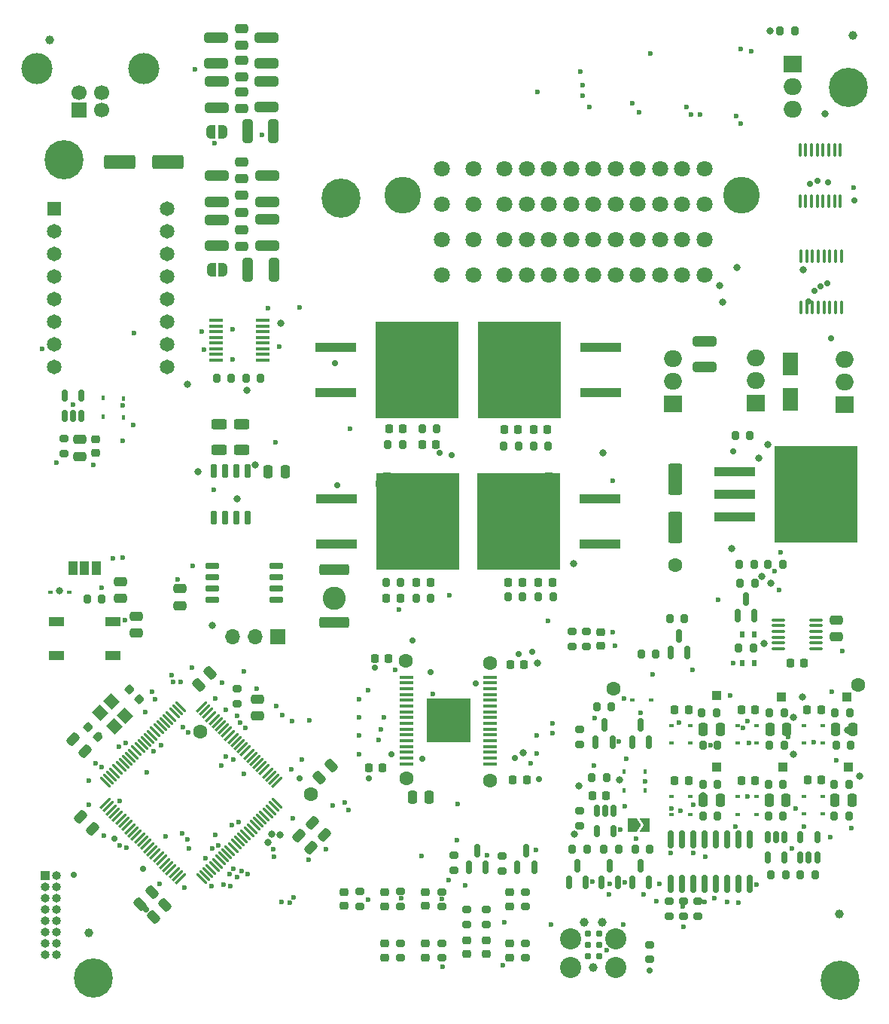
<source format=gbr>
%TF.GenerationSoftware,KiCad,Pcbnew,(6.0.7)*%
%TF.CreationDate,2022-10-25T18:18:11-03:00*%
%TF.ProjectId,uEFI_rev3,75454649-5f72-4657-9633-2e6b69636164,v3.0*%
%TF.SameCoordinates,Original*%
%TF.FileFunction,Soldermask,Top*%
%TF.FilePolarity,Negative*%
%FSLAX46Y46*%
G04 Gerber Fmt 4.6, Leading zero omitted, Abs format (unit mm)*
G04 Created by KiCad (PCBNEW (6.0.7)) date 2022-10-25 18:18:11*
%MOMM*%
%LPD*%
G01*
G04 APERTURE LIST*
G04 Aperture macros list*
%AMRoundRect*
0 Rectangle with rounded corners*
0 $1 Rounding radius*
0 $2 $3 $4 $5 $6 $7 $8 $9 X,Y pos of 4 corners*
0 Add a 4 corners polygon primitive as box body*
4,1,4,$2,$3,$4,$5,$6,$7,$8,$9,$2,$3,0*
0 Add four circle primitives for the rounded corners*
1,1,$1+$1,$2,$3*
1,1,$1+$1,$4,$5*
1,1,$1+$1,$6,$7*
1,1,$1+$1,$8,$9*
0 Add four rect primitives between the rounded corners*
20,1,$1+$1,$2,$3,$4,$5,0*
20,1,$1+$1,$4,$5,$6,$7,0*
20,1,$1+$1,$6,$7,$8,$9,0*
20,1,$1+$1,$8,$9,$2,$3,0*%
%AMRotRect*
0 Rectangle, with rotation*
0 The origin of the aperture is its center*
0 $1 length*
0 $2 width*
0 $3 Rotation angle, in degrees counterclockwise*
0 Add horizontal line*
21,1,$1,$2,0,0,$3*%
%AMFreePoly0*
4,1,22,0.500000,-0.750000,0.000000,-0.750000,0.000000,-0.745033,-0.079941,-0.743568,-0.215256,-0.701293,-0.333266,-0.622738,-0.424486,-0.514219,-0.481581,-0.384460,-0.499164,-0.250000,-0.500000,-0.250000,-0.500000,0.250000,-0.499164,0.250000,-0.499963,0.256109,-0.478152,0.396186,-0.417904,0.524511,-0.324060,0.630769,-0.204165,0.706417,-0.067858,0.745374,0.000000,0.744959,0.000000,0.750000,
0.500000,0.750000,0.500000,-0.750000,0.500000,-0.750000,$1*%
%AMFreePoly1*
4,1,20,0.000000,0.744959,0.073905,0.744508,0.209726,0.703889,0.328688,0.626782,0.421226,0.519385,0.479903,0.390333,0.500000,0.250000,0.500000,-0.250000,0.499851,-0.262216,0.476331,-0.402017,0.414519,-0.529596,0.319384,-0.634700,0.198574,-0.708877,0.061801,-0.746166,0.000000,-0.745033,0.000000,-0.750000,-0.500000,-0.750000,-0.500000,0.750000,0.000000,0.750000,0.000000,0.744959,
0.000000,0.744959,$1*%
%AMFreePoly2*
4,1,6,1.000000,0.000000,0.500000,-0.750000,-0.500000,-0.750000,-0.500000,0.750000,0.500000,0.750000,1.000000,0.000000,1.000000,0.000000,$1*%
%AMFreePoly3*
4,1,6,0.500000,-0.750000,-0.650000,-0.750000,-0.150000,0.000000,-0.650000,0.750000,0.500000,0.750000,0.500000,-0.750000,0.500000,-0.750000,$1*%
G04 Aperture macros list end*
%ADD10R,1.600200X0.431800*%
%ADD11R,4.953000X4.953000*%
%ADD12R,0.600000X0.450000*%
%ADD13R,0.450000X0.600000*%
%ADD14RoundRect,0.250000X-0.475000X0.250000X-0.475000X-0.250000X0.475000X-0.250000X0.475000X0.250000X0*%
%ADD15RoundRect,0.250000X-0.250000X-0.475000X0.250000X-0.475000X0.250000X0.475000X-0.250000X0.475000X0*%
%ADD16RoundRect,0.250000X0.475000X-0.250000X0.475000X0.250000X-0.475000X0.250000X-0.475000X-0.250000X0*%
%ADD17RoundRect,0.225000X-0.335876X-0.017678X-0.017678X-0.335876X0.335876X0.017678X0.017678X0.335876X0*%
%ADD18RoundRect,0.225000X0.335876X0.017678X0.017678X0.335876X-0.335876X-0.017678X-0.017678X-0.335876X0*%
%ADD19RoundRect,0.200000X-0.200000X-0.275000X0.200000X-0.275000X0.200000X0.275000X-0.200000X0.275000X0*%
%ADD20R,0.600000X0.700000*%
%ADD21RoundRect,0.225000X-0.225000X-0.250000X0.225000X-0.250000X0.225000X0.250000X-0.225000X0.250000X0*%
%ADD22RoundRect,0.200000X-0.275000X0.200000X-0.275000X-0.200000X0.275000X-0.200000X0.275000X0.200000X0*%
%ADD23RoundRect,0.200000X0.275000X-0.200000X0.275000X0.200000X-0.275000X0.200000X-0.275000X-0.200000X0*%
%ADD24RoundRect,0.250000X0.512652X0.159099X0.159099X0.512652X-0.512652X-0.159099X-0.159099X-0.512652X0*%
%ADD25RoundRect,0.200000X0.200000X0.275000X-0.200000X0.275000X-0.200000X-0.275000X0.200000X-0.275000X0*%
%ADD26RoundRect,0.150000X0.150000X-0.587500X0.150000X0.587500X-0.150000X0.587500X-0.150000X-0.587500X0*%
%ADD27C,0.700000*%
%ADD28C,4.400000*%
%ADD29RoundRect,0.225000X0.225000X0.250000X-0.225000X0.250000X-0.225000X-0.250000X0.225000X-0.250000X0*%
%ADD30RoundRect,0.218750X-0.256250X0.218750X-0.256250X-0.218750X0.256250X-0.218750X0.256250X0.218750X0*%
%ADD31RoundRect,0.250000X0.550000X-1.500000X0.550000X1.500000X-0.550000X1.500000X-0.550000X-1.500000X0*%
%ADD32FreePoly0,0.000000*%
%ADD33FreePoly1,0.000000*%
%ADD34RoundRect,0.150000X-0.150000X0.512500X-0.150000X-0.512500X0.150000X-0.512500X0.150000X0.512500X0*%
%ADD35RoundRect,0.150000X0.150000X-0.512500X0.150000X0.512500X-0.150000X0.512500X-0.150000X-0.512500X0*%
%ADD36R,1.000000X1.000000*%
%ADD37C,1.000000*%
%ADD38RoundRect,0.100000X0.100000X-0.637500X0.100000X0.637500X-0.100000X0.637500X-0.100000X-0.637500X0*%
%ADD39RoundRect,0.225000X-0.250000X0.225000X-0.250000X-0.225000X0.250000X-0.225000X0.250000X0.225000X0*%
%ADD40RoundRect,0.100000X-0.625000X-0.100000X0.625000X-0.100000X0.625000X0.100000X-0.625000X0.100000X0*%
%ADD41RoundRect,0.250000X-1.075000X0.312500X-1.075000X-0.312500X1.075000X-0.312500X1.075000X0.312500X0*%
%ADD42RoundRect,0.075000X-0.565685X0.459619X0.459619X-0.565685X0.565685X-0.459619X-0.459619X0.565685X0*%
%ADD43RoundRect,0.075000X-0.565685X-0.459619X-0.459619X-0.565685X0.565685X0.459619X0.459619X0.565685X0*%
%ADD44R,2.000000X1.905000*%
%ADD45O,2.000000X1.905000*%
%ADD46R,1.700000X1.700000*%
%ADD47O,1.700000X1.700000*%
%ADD48FreePoly2,0.000000*%
%ADD49FreePoly3,0.000000*%
%ADD50R,1.800000X2.500000*%
%ADD51RoundRect,0.250000X-0.512652X-0.159099X-0.159099X-0.512652X0.512652X0.159099X0.159099X0.512652X0*%
%ADD52RoundRect,0.250000X0.159099X-0.512652X0.512652X-0.159099X-0.159099X0.512652X-0.512652X0.159099X0*%
%ADD53RoundRect,0.250000X-0.625000X0.312500X-0.625000X-0.312500X0.625000X-0.312500X0.625000X0.312500X0*%
%ADD54R,4.600000X1.100000*%
%ADD55R,9.400000X10.800000*%
%ADD56RoundRect,0.250000X-0.159099X0.512652X-0.512652X0.159099X0.159099X-0.512652X0.512652X-0.159099X0*%
%ADD57R,1.000000X1.500000*%
%ADD58RoundRect,0.250000X-1.500000X-0.550000X1.500000X-0.550000X1.500000X0.550000X-1.500000X0.550000X0*%
%ADD59R,1.650000X1.650000*%
%ADD60C,1.650000*%
%ADD61C,2.374900*%
%ADD62C,0.990600*%
%ADD63C,0.787400*%
%ADD64RoundRect,0.150000X-0.650000X-0.150000X0.650000X-0.150000X0.650000X0.150000X-0.650000X0.150000X0*%
%ADD65O,1.000000X1.000000*%
%ADD66RoundRect,0.250000X-1.425000X0.362500X-1.425000X-0.362500X1.425000X-0.362500X1.425000X0.362500X0*%
%ADD67RoundRect,0.150000X-0.150000X0.825000X-0.150000X-0.825000X0.150000X-0.825000X0.150000X0.825000X0*%
%ADD68RoundRect,0.250000X0.312500X1.075000X-0.312500X1.075000X-0.312500X-1.075000X0.312500X-1.075000X0*%
%ADD69RoundRect,0.225000X0.250000X-0.225000X0.250000X0.225000X-0.250000X0.225000X-0.250000X-0.225000X0*%
%ADD70C,1.700000*%
%ADD71C,3.500000*%
%ADD72R,1.640000X0.410000*%
%ADD73R,1.700000X1.000000*%
%ADD74RoundRect,0.250000X0.250000X0.475000X-0.250000X0.475000X-0.250000X-0.475000X0.250000X-0.475000X0*%
%ADD75RoundRect,0.250000X1.075000X-0.312500X1.075000X0.312500X-1.075000X0.312500X-1.075000X-0.312500X0*%
%ADD76RoundRect,0.150000X0.150000X-0.650000X0.150000X0.650000X-0.150000X0.650000X-0.150000X-0.650000X0*%
%ADD77C,1.800000*%
%ADD78C,4.125000*%
%ADD79RotRect,1.400000X1.200000X135.000000*%
%ADD80C,0.800000*%
%ADD81C,0.600000*%
%ADD82C,2.600000*%
%ADD83C,1.600000*%
G04 APERTURE END LIST*
D10*
%TO.C,U1*%
X101092000Y-118059200D03*
X101092000Y-118719600D03*
X101092000Y-119354600D03*
X101092000Y-120015000D03*
X101092000Y-120650000D03*
X101092000Y-121310400D03*
X101092000Y-121970800D03*
X101092000Y-122605800D03*
X101092000Y-123266200D03*
X101092000Y-123901200D03*
X101092000Y-124561600D03*
X101092000Y-125222000D03*
X101092000Y-125857000D03*
X101092000Y-126517400D03*
X101092000Y-127152400D03*
X101092000Y-127812800D03*
X110490000Y-127812800D03*
X110490000Y-127152400D03*
X110490000Y-126517400D03*
X110490000Y-125857000D03*
X110490000Y-125222000D03*
X110490000Y-124561600D03*
X110490000Y-123901200D03*
X110490000Y-123266200D03*
X110490000Y-122605800D03*
X110490000Y-121970800D03*
X110490000Y-121310400D03*
X110490000Y-120650000D03*
X110490000Y-120015000D03*
X110490000Y-119354600D03*
X110490000Y-118719600D03*
X110490000Y-118059200D03*
D11*
X105791000Y-122936000D03*
%TD*%
D12*
%TO.C,D30*%
X145750000Y-133450000D03*
X147850000Y-133450000D03*
%TD*%
%TO.C,D29*%
X138350000Y-133500000D03*
X140450000Y-133500000D03*
%TD*%
D13*
%TO.C,D28*%
X127925000Y-128697000D03*
X127925000Y-130797000D03*
%TD*%
D12*
%TO.C,D27*%
X145750000Y-131450000D03*
X147850000Y-131450000D03*
%TD*%
%TO.C,D26*%
X138350000Y-131500000D03*
X140450000Y-131500000D03*
%TD*%
D13*
%TO.C,D25*%
X125512000Y-130797000D03*
X125512000Y-128697000D03*
%TD*%
D12*
%TO.C,D24*%
X130850000Y-133500000D03*
X132950000Y-133500000D03*
%TD*%
%TO.C,D23*%
X145750000Y-125500000D03*
X147850000Y-125500000D03*
%TD*%
%TO.C,D22*%
X130850000Y-131500000D03*
X132950000Y-131500000D03*
%TD*%
%TO.C,D21*%
X145750000Y-123500000D03*
X147850000Y-123500000D03*
%TD*%
D13*
%TO.C,D20*%
X69200000Y-88850000D03*
X69200000Y-86750000D03*
%TD*%
D12*
%TO.C,D19*%
X130850000Y-125500000D03*
X132950000Y-125500000D03*
%TD*%
%TO.C,D18*%
X138350000Y-125500000D03*
X140450000Y-125500000D03*
%TD*%
D13*
%TO.C,D17*%
X66950000Y-86700000D03*
X66950000Y-88800000D03*
%TD*%
D12*
%TO.C,D16*%
X130880000Y-123530000D03*
X132980000Y-123530000D03*
%TD*%
%TO.C,D15*%
X138350000Y-123500000D03*
X140450000Y-123500000D03*
%TD*%
%TO.C,D14*%
X61000000Y-108500000D03*
X63100000Y-108500000D03*
%TD*%
D14*
%TO.C,C36*%
X149400000Y-111650000D03*
X149400000Y-113550000D03*
%TD*%
D15*
%TO.C,C43*%
X149250000Y-131900000D03*
X151150000Y-131900000D03*
%TD*%
%TO.C,C40*%
X141850000Y-131900000D03*
X143750000Y-131900000D03*
%TD*%
%TO.C,C39*%
X134450000Y-131900000D03*
X136350000Y-131900000D03*
%TD*%
%TO.C,C37*%
X149350000Y-123900000D03*
X151250000Y-123900000D03*
%TD*%
%TO.C,C34*%
X141950000Y-123900000D03*
X143850000Y-123900000D03*
%TD*%
%TO.C,C32*%
X134450000Y-123900000D03*
X136350000Y-123900000D03*
%TD*%
D16*
%TO.C,C1*%
X64300000Y-93250000D03*
X64300000Y-91350000D03*
%TD*%
D17*
%TO.C,C3*%
X65274743Y-123694743D03*
X66370759Y-124790759D03*
%TD*%
D18*
%TO.C,C2*%
X71033008Y-120563008D03*
X69936992Y-119466992D03*
%TD*%
D19*
%TO.C,R122*%
X82995000Y-84455000D03*
X84645000Y-84455000D03*
%TD*%
D20*
%TO.C,D2*%
X138800000Y-113298000D03*
X140200000Y-113298000D03*
%TD*%
D21*
%TO.C,C21*%
X115909000Y-107442000D03*
X117459000Y-107442000D03*
%TD*%
D22*
%TO.C,R34*%
X120500000Y-123975000D03*
X120500000Y-125625000D03*
%TD*%
D23*
%TO.C,R4*%
X100400000Y-149625000D03*
X100400000Y-147975000D03*
%TD*%
D16*
%TO.C,C14*%
X84300000Y-122450000D03*
X84300000Y-120550000D03*
%TD*%
D24*
%TO.C,C11*%
X64921751Y-126421751D03*
X63578249Y-125078249D03*
%TD*%
D16*
%TO.C,C9*%
X70699000Y-113101600D03*
X70699000Y-111201600D03*
%TD*%
D25*
%TO.C,R57*%
X143700000Y-140300000D03*
X142050000Y-140300000D03*
%TD*%
D19*
%TO.C,R40*%
X149375000Y-125700000D03*
X151025000Y-125700000D03*
%TD*%
%TO.C,R45*%
X149175000Y-133700000D03*
X150825000Y-133700000D03*
%TD*%
D23*
%TO.C,R27*%
X105000000Y-143850000D03*
X105000000Y-142200000D03*
%TD*%
D26*
%TO.C,Q5*%
X138300000Y-111187500D03*
X140200000Y-111187500D03*
X139250000Y-109312500D03*
%TD*%
D19*
%TO.C,R11*%
X111982000Y-92070000D03*
X113632000Y-92070000D03*
%TD*%
D23*
%TO.C,R24*%
X107800000Y-145825000D03*
X107800000Y-144175000D03*
%TD*%
D19*
%TO.C,R12*%
X112459000Y-109042000D03*
X114109000Y-109042000D03*
%TD*%
D27*
%TO.C,H9*%
X62500000Y-61550000D03*
X61333274Y-58733274D03*
D28*
X62500000Y-59900000D03*
D27*
X62500000Y-58250000D03*
X64150000Y-59900000D03*
X63666726Y-58733274D03*
X60850000Y-59900000D03*
X63666726Y-61066726D03*
X61333274Y-61066726D03*
%TD*%
D29*
%TO.C,C27*%
X114567000Y-129590800D03*
X113017000Y-129590800D03*
%TD*%
%TO.C,C23*%
X113607000Y-90270000D03*
X112057000Y-90270000D03*
%TD*%
D21*
%TO.C,C33*%
X144225000Y-116500000D03*
X145775000Y-116500000D03*
%TD*%
D30*
%TO.C,D7*%
X107800000Y-147612500D03*
X107800000Y-149187500D03*
%TD*%
D26*
%TO.C,Q15*%
X122950000Y-141137500D03*
X124850000Y-141137500D03*
X123900000Y-139262500D03*
%TD*%
D31*
%TO.C,C31*%
X131318000Y-101252000D03*
X131318000Y-95852000D03*
%TD*%
D32*
%TO.C,JP24*%
X79060600Y-56753400D03*
D33*
X80360600Y-56753400D03*
%TD*%
D34*
%TO.C,U9*%
X143600000Y-136075000D03*
X142650000Y-136075000D03*
X141700000Y-136075000D03*
X141700000Y-138350000D03*
X143600000Y-138350000D03*
%TD*%
D35*
%TO.C,U31*%
X62600000Y-88737500D03*
X63550000Y-88737500D03*
X64500000Y-88737500D03*
X64500000Y-86462500D03*
X62600000Y-86462500D03*
%TD*%
D30*
%TO.C,D1*%
X103200000Y-148012500D03*
X103200000Y-149587500D03*
%TD*%
D24*
%TO.C,C13*%
X65771751Y-135071751D03*
X64428249Y-133728249D03*
%TD*%
D29*
%TO.C,C25*%
X100632000Y-90170000D03*
X99082000Y-90170000D03*
%TD*%
D36*
%TO.C,TP13*%
X135900000Y-128200000D03*
%TD*%
D23*
%TO.C,R25*%
X95800000Y-143825000D03*
X95800000Y-142175000D03*
%TD*%
D19*
%TO.C,R44*%
X141775000Y-133700000D03*
X143425000Y-133700000D03*
%TD*%
%TO.C,R14*%
X102118000Y-109220000D03*
X103768000Y-109220000D03*
%TD*%
D16*
%TO.C,C54*%
X82542400Y-69704000D03*
X82542400Y-67804000D03*
%TD*%
D37*
%TO.C,H5*%
X149700000Y-144700000D03*
%TD*%
D25*
%TO.C,R15*%
X116982000Y-92070000D03*
X115332000Y-92070000D03*
%TD*%
D26*
%TO.C,Q16*%
X126450000Y-141137500D03*
X128350000Y-141137500D03*
X127400000Y-139262500D03*
%TD*%
D38*
%TO.C,U20*%
X145426000Y-76522500D03*
X146076000Y-76522500D03*
X146726000Y-76522500D03*
X147376000Y-76522500D03*
X148026000Y-76522500D03*
X148676000Y-76522500D03*
X149326000Y-76522500D03*
X149976000Y-76522500D03*
X149976000Y-70797500D03*
X149326000Y-70797500D03*
X148676000Y-70797500D03*
X148026000Y-70797500D03*
X147376000Y-70797500D03*
X146726000Y-70797500D03*
X146076000Y-70797500D03*
X145426000Y-70797500D03*
%TD*%
D30*
%TO.C,D6*%
X110000000Y-147612500D03*
X110000000Y-149187500D03*
%TD*%
D39*
%TO.C,C49*%
X66100000Y-91325000D03*
X66100000Y-92875000D03*
%TD*%
D38*
%TO.C,U22*%
X145299000Y-64584500D03*
X145949000Y-64584500D03*
X146599000Y-64584500D03*
X147249000Y-64584500D03*
X147899000Y-64584500D03*
X148549000Y-64584500D03*
X149199000Y-64584500D03*
X149849000Y-64584500D03*
X149849000Y-58859500D03*
X149199000Y-58859500D03*
X148549000Y-58859500D03*
X147899000Y-58859500D03*
X147249000Y-58859500D03*
X146599000Y-58859500D03*
X145949000Y-58859500D03*
X145299000Y-58859500D03*
%TD*%
D30*
%TO.C,D10*%
X103200000Y-142200000D03*
X103200000Y-143775000D03*
%TD*%
D23*
%TO.C,R50*%
X130600000Y-144925000D03*
X130600000Y-143275000D03*
%TD*%
D22*
%TO.C,R56*%
X62500000Y-91275000D03*
X62500000Y-92925000D03*
%TD*%
D25*
%TO.C,R52*%
X121350000Y-137400000D03*
X119700000Y-137400000D03*
%TD*%
D22*
%TO.C,R7*%
X121285000Y-112967000D03*
X121285000Y-114617000D03*
%TD*%
D40*
%TO.C,U6*%
X142850000Y-111625000D03*
X142850000Y-112275000D03*
X142850000Y-112925000D03*
X142850000Y-113575000D03*
X142850000Y-114225000D03*
X142850000Y-114875000D03*
X147150000Y-114875000D03*
X147150000Y-114225000D03*
X147150000Y-113575000D03*
X147150000Y-112925000D03*
X147150000Y-112275000D03*
X147150000Y-111625000D03*
%TD*%
D41*
%TO.C,R116*%
X85328000Y-46172700D03*
X85328000Y-49097700D03*
%TD*%
D26*
%TO.C,Q8*%
X113529334Y-139467763D03*
X115429334Y-139467763D03*
X114479334Y-137592763D03*
%TD*%
D19*
%TO.C,R58*%
X127475000Y-115500000D03*
X129125000Y-115500000D03*
%TD*%
D22*
%TO.C,R31*%
X111812334Y-138164763D03*
X111812334Y-139814763D03*
%TD*%
D42*
%TO.C,U3*%
X75650596Y-121394315D03*
X75297043Y-121747868D03*
X74943489Y-122101422D03*
X74589936Y-122454975D03*
X74236383Y-122808528D03*
X73882829Y-123162082D03*
X73529276Y-123515635D03*
X73175722Y-123869189D03*
X72822169Y-124222742D03*
X72468616Y-124576295D03*
X72115062Y-124929849D03*
X71761509Y-125283402D03*
X71407955Y-125636955D03*
X71054402Y-125990509D03*
X70700849Y-126344062D03*
X70347295Y-126697616D03*
X69993742Y-127051169D03*
X69640189Y-127404722D03*
X69286635Y-127758276D03*
X68933082Y-128111829D03*
X68579528Y-128465383D03*
X68225975Y-128818936D03*
X67872422Y-129172489D03*
X67518868Y-129526043D03*
X67165315Y-129879596D03*
D43*
X67165315Y-132248404D03*
X67518868Y-132601957D03*
X67872422Y-132955511D03*
X68225975Y-133309064D03*
X68579528Y-133662617D03*
X68933082Y-134016171D03*
X69286635Y-134369724D03*
X69640189Y-134723278D03*
X69993742Y-135076831D03*
X70347295Y-135430384D03*
X70700849Y-135783938D03*
X71054402Y-136137491D03*
X71407955Y-136491045D03*
X71761509Y-136844598D03*
X72115062Y-137198151D03*
X72468616Y-137551705D03*
X72822169Y-137905258D03*
X73175722Y-138258811D03*
X73529276Y-138612365D03*
X73882829Y-138965918D03*
X74236383Y-139319472D03*
X74589936Y-139673025D03*
X74943489Y-140026578D03*
X75297043Y-140380132D03*
X75650596Y-140733685D03*
D42*
X78019404Y-140733685D03*
X78372957Y-140380132D03*
X78726511Y-140026578D03*
X79080064Y-139673025D03*
X79433617Y-139319472D03*
X79787171Y-138965918D03*
X80140724Y-138612365D03*
X80494278Y-138258811D03*
X80847831Y-137905258D03*
X81201384Y-137551705D03*
X81554938Y-137198151D03*
X81908491Y-136844598D03*
X82262045Y-136491045D03*
X82615598Y-136137491D03*
X82969151Y-135783938D03*
X83322705Y-135430384D03*
X83676258Y-135076831D03*
X84029811Y-134723278D03*
X84383365Y-134369724D03*
X84736918Y-134016171D03*
X85090472Y-133662617D03*
X85444025Y-133309064D03*
X85797578Y-132955511D03*
X86151132Y-132601957D03*
X86504685Y-132248404D03*
D43*
X86504685Y-129879596D03*
X86151132Y-129526043D03*
X85797578Y-129172489D03*
X85444025Y-128818936D03*
X85090472Y-128465383D03*
X84736918Y-128111829D03*
X84383365Y-127758276D03*
X84029811Y-127404722D03*
X83676258Y-127051169D03*
X83322705Y-126697616D03*
X82969151Y-126344062D03*
X82615598Y-125990509D03*
X82262045Y-125636955D03*
X81908491Y-125283402D03*
X81554938Y-124929849D03*
X81201384Y-124576295D03*
X80847831Y-124222742D03*
X80494278Y-123869189D03*
X80140724Y-123515635D03*
X79787171Y-123162082D03*
X79433617Y-122808528D03*
X79080064Y-122454975D03*
X78726511Y-122101422D03*
X78372957Y-121747868D03*
X78019404Y-121394315D03*
%TD*%
D23*
%TO.C,R26*%
X100400000Y-143800000D03*
X100400000Y-142150000D03*
%TD*%
D29*
%TO.C,C46*%
X140275000Y-129700000D03*
X138725000Y-129700000D03*
%TD*%
D36*
%TO.C,TP15*%
X150800000Y-128200000D03*
%TD*%
D44*
%TO.C,U5*%
X130993000Y-87376000D03*
D45*
X130993000Y-84836000D03*
X130993000Y-82296000D03*
%TD*%
D30*
%TO.C,D12*%
X112700000Y-142262500D03*
X112700000Y-143837500D03*
%TD*%
D46*
%TO.C,J5*%
X86614000Y-113538000D03*
D47*
X84074000Y-113538000D03*
X81534000Y-113538000D03*
%TD*%
D36*
%TO.C,TP14*%
X143400000Y-128200000D03*
%TD*%
D48*
%TO.C,JP12*%
X126475000Y-134700000D03*
D49*
X127925000Y-134700000D03*
%TD*%
D50*
%TO.C,D4*%
X144272000Y-82836000D03*
X144272000Y-86836000D03*
%TD*%
D51*
%TO.C,C16*%
X90506498Y-134406498D03*
X91850000Y-135750000D03*
%TD*%
D29*
%TO.C,C26*%
X100343000Y-109220000D03*
X98793000Y-109220000D03*
%TD*%
D19*
%TO.C,R47*%
X141775000Y-130100000D03*
X143425000Y-130100000D03*
%TD*%
D35*
%TO.C,U12*%
X145350000Y-138337500D03*
X146300000Y-138337500D03*
X147250000Y-138337500D03*
X147250000Y-136062500D03*
X145350000Y-136062500D03*
%TD*%
D30*
%TO.C,D8*%
X94000000Y-142212500D03*
X94000000Y-143787500D03*
%TD*%
D52*
%TO.C,C15*%
X77650000Y-118950000D03*
X78993502Y-117606498D03*
%TD*%
D19*
%TO.C,R39*%
X141875000Y-122100000D03*
X143525000Y-122100000D03*
%TD*%
D53*
%TO.C,R1*%
X80012000Y-89603900D03*
X80012000Y-92528900D03*
%TD*%
D25*
%TO.C,R54*%
X128425000Y-137400000D03*
X126775000Y-137400000D03*
%TD*%
D12*
%TO.C,D11*%
X126458000Y-120650000D03*
X128558000Y-120650000D03*
%TD*%
D29*
%TO.C,C38*%
X147675000Y-121700000D03*
X146125000Y-121700000D03*
%TD*%
D41*
%TO.C,R112*%
X79692400Y-61733200D03*
X79692400Y-64658200D03*
%TD*%
D16*
%TO.C,C57*%
X82513000Y-54210000D03*
X82513000Y-52310000D03*
%TD*%
D26*
%TO.C,Q11*%
X122350000Y-125337500D03*
X124250000Y-125337500D03*
X123300000Y-123462500D03*
%TD*%
D54*
%TO.C,Q1*%
X93161000Y-98013000D03*
D55*
X102311000Y-100553000D03*
D54*
X93161000Y-103093000D03*
%TD*%
D22*
%TO.C,R46*%
X128397000Y-148146000D03*
X128397000Y-149796000D03*
%TD*%
D56*
%TO.C,C7*%
X72426751Y-142203249D03*
X71083249Y-143546751D03*
%TD*%
D22*
%TO.C,R6*%
X119685000Y-112967000D03*
X119685000Y-114617000D03*
%TD*%
D41*
%TO.C,R119*%
X79713000Y-51143000D03*
X79713000Y-54068000D03*
%TD*%
D57*
%TO.C,JP11*%
X63550000Y-105850000D03*
X64850000Y-105850000D03*
X66150000Y-105850000D03*
%TD*%
D51*
%TO.C,C8*%
X88978249Y-135878249D03*
X90321751Y-137221751D03*
%TD*%
D29*
%TO.C,C48*%
X147725000Y-129650000D03*
X146175000Y-129650000D03*
%TD*%
D44*
%TO.C,Q7*%
X140314800Y-87249000D03*
D45*
X140314800Y-84709000D03*
X140314800Y-82169000D03*
%TD*%
D58*
%TO.C,C42*%
X68800000Y-60200000D03*
X74200000Y-60200000D03*
%TD*%
D27*
%TO.C,H1*%
X64633274Y-150733274D03*
X66966726Y-150733274D03*
X64633274Y-153066726D03*
X67450000Y-151900000D03*
D28*
X65800000Y-151900000D03*
D27*
X65800000Y-153550000D03*
X65800000Y-150250000D03*
X64150000Y-151900000D03*
X66966726Y-153066726D03*
%TD*%
D21*
%TO.C,C18*%
X102832000Y-91970000D03*
X104382000Y-91970000D03*
%TD*%
D37*
%TO.C,H7*%
X60960000Y-46482000D03*
%TD*%
D59*
%TO.C,U23*%
X61450000Y-65410000D03*
D60*
X61450000Y-67950000D03*
X61450000Y-70490000D03*
X61450000Y-73030000D03*
X61450000Y-75570000D03*
X61450000Y-78110000D03*
X61450000Y-80650000D03*
X61450000Y-83190000D03*
X74150000Y-83190000D03*
X74150000Y-80650000D03*
X74150000Y-78110000D03*
X74150000Y-75570000D03*
X74150000Y-73030000D03*
X74150000Y-70490000D03*
X74150000Y-67950000D03*
X74150000Y-65410000D03*
%TD*%
D61*
%TO.C,J2*%
X124630000Y-150650000D03*
D62*
X121074000Y-145570000D03*
D61*
X124630000Y-147475000D03*
X119550000Y-150650000D03*
D62*
X122090000Y-150650000D03*
D61*
X119550000Y-147475000D03*
D62*
X123106000Y-145570000D03*
D63*
X122725000Y-149380000D03*
X121455000Y-149380000D03*
X122725000Y-148110000D03*
X121455000Y-148110000D03*
X122725000Y-146840000D03*
X121455000Y-146840000D03*
%TD*%
D27*
%TO.C,H4*%
X150966726Y-150933274D03*
X148150000Y-152100000D03*
D28*
X149800000Y-152100000D03*
D27*
X149800000Y-153750000D03*
X148633274Y-153266726D03*
X150966726Y-153266726D03*
X151450000Y-152100000D03*
X149800000Y-150450000D03*
X148633274Y-150933274D03*
%TD*%
D29*
%TO.C,C35*%
X140275000Y-121700000D03*
X138725000Y-121700000D03*
%TD*%
D64*
%TO.C,U7*%
X79204000Y-105537000D03*
X79204000Y-106807000D03*
X79204000Y-108077000D03*
X79204000Y-109347000D03*
X86404000Y-109347000D03*
X86404000Y-108077000D03*
X86404000Y-106807000D03*
X86404000Y-105537000D03*
%TD*%
D19*
%TO.C,R22*%
X138511000Y-105360000D03*
X140161000Y-105360000D03*
%TD*%
D36*
%TO.C,J4*%
X60430000Y-140350000D03*
D65*
X61700000Y-140350000D03*
X60430000Y-141620000D03*
X61700000Y-141620000D03*
X60430000Y-142890000D03*
X61700000Y-142890000D03*
X60430000Y-144160000D03*
X61700000Y-144160000D03*
X60430000Y-145430000D03*
X61700000Y-145430000D03*
X60430000Y-146700000D03*
X61700000Y-146700000D03*
X60430000Y-147970000D03*
X61700000Y-147970000D03*
X60430000Y-149240000D03*
X61700000Y-149240000D03*
%TD*%
D15*
%TO.C,C5*%
X85500000Y-94950000D03*
X87400000Y-94950000D03*
%TD*%
D66*
%TO.C,R8*%
X92964000Y-106003500D03*
X92964000Y-111928500D03*
%TD*%
D19*
%TO.C,R33*%
X143066000Y-45466000D03*
X144716000Y-45466000D03*
%TD*%
%TO.C,R10*%
X98743000Y-107420000D03*
X100393000Y-107420000D03*
%TD*%
%TO.C,R59*%
X130675000Y-111500000D03*
X132325000Y-111500000D03*
%TD*%
D29*
%TO.C,C4*%
X132775000Y-121700000D03*
X131225000Y-121700000D03*
%TD*%
D19*
%TO.C,R43*%
X134375000Y-130100000D03*
X136025000Y-130100000D03*
%TD*%
D30*
%TO.C,D5*%
X98600000Y-148012500D03*
X98600000Y-149587500D03*
%TD*%
D41*
%TO.C,R117*%
X79663000Y-46193000D03*
X79663000Y-49118000D03*
%TD*%
%TO.C,R118*%
X85328000Y-51111000D03*
X85328000Y-54036000D03*
%TD*%
D44*
%TO.C,Q10*%
X144526000Y-49149000D03*
D45*
X144526000Y-51689000D03*
X144526000Y-54229000D03*
%TD*%
D67*
%TO.C,U2*%
X139645000Y-136325000D03*
X138375000Y-136325000D03*
X137105000Y-136325000D03*
X135835000Y-136325000D03*
X134565000Y-136325000D03*
X133295000Y-136325000D03*
X132025000Y-136325000D03*
X130755000Y-136325000D03*
X130755000Y-141275000D03*
X132025000Y-141275000D03*
X133295000Y-141275000D03*
X134565000Y-141275000D03*
X135835000Y-141275000D03*
X137105000Y-141275000D03*
X138375000Y-141275000D03*
X139645000Y-141275000D03*
%TD*%
D54*
%TO.C,Q4*%
X122827000Y-103105000D03*
D55*
X113677000Y-100565000D03*
D54*
X122827000Y-98025000D03*
%TD*%
D68*
%TO.C,R120*%
X86090000Y-56728400D03*
X83165000Y-56728400D03*
%TD*%
D26*
%TO.C,Q13*%
X130750000Y-115337500D03*
X132650000Y-115337500D03*
X131700000Y-113462500D03*
%TD*%
D25*
%TO.C,R41*%
X136025000Y-133700000D03*
X134375000Y-133700000D03*
%TD*%
D44*
%TO.C,Q6*%
X150317200Y-87477600D03*
D45*
X150317200Y-84937600D03*
X150317200Y-82397600D03*
%TD*%
D26*
%TO.C,Q14*%
X119350000Y-141137500D03*
X121250000Y-141137500D03*
X120300000Y-139262500D03*
%TD*%
D19*
%TO.C,R36*%
X134375000Y-125700000D03*
X136025000Y-125700000D03*
%TD*%
D68*
%TO.C,R115*%
X86119400Y-72268600D03*
X83194400Y-72268600D03*
%TD*%
D19*
%TO.C,R48*%
X149175000Y-130100000D03*
X150825000Y-130100000D03*
%TD*%
D26*
%TO.C,Q12*%
X126450000Y-125337500D03*
X128350000Y-125337500D03*
X127400000Y-123462500D03*
%TD*%
D19*
%TO.C,R60*%
X65125000Y-109250000D03*
X66775000Y-109250000D03*
%TD*%
D25*
%TO.C,R53*%
X124900000Y-137400000D03*
X123250000Y-137400000D03*
%TD*%
D19*
%TO.C,R35*%
X122468500Y-121400000D03*
X124118500Y-121400000D03*
%TD*%
D27*
%TO.C,H3*%
X92559274Y-65428726D03*
X95376000Y-64262000D03*
X94892726Y-65428726D03*
X92076000Y-64262000D03*
D28*
X93726000Y-64262000D03*
D27*
X93726000Y-62612000D03*
X93726000Y-65912000D03*
X92559274Y-63095274D03*
X94892726Y-63095274D03*
%TD*%
D25*
%TO.C,R121*%
X81343000Y-84455000D03*
X79693000Y-84455000D03*
%TD*%
D22*
%TO.C,R3*%
X105000000Y-147975000D03*
X105000000Y-149625000D03*
%TD*%
D30*
%TO.C,D13*%
X112700000Y-148012500D03*
X112700000Y-149587500D03*
%TD*%
D19*
%TO.C,R38*%
X134275000Y-122100000D03*
X135925000Y-122100000D03*
%TD*%
D54*
%TO.C,U4*%
X137989000Y-94996000D03*
X137989000Y-97536000D03*
D55*
X147139000Y-97536000D03*
D54*
X137989000Y-100076000D03*
%TD*%
D30*
%TO.C,D9*%
X98600000Y-142225000D03*
X98600000Y-143800000D03*
%TD*%
D52*
%TO.C,C12*%
X91228249Y-129322751D03*
X92571751Y-127979249D03*
%TD*%
D34*
%TO.C,U27*%
X124369000Y-133054500D03*
X123419000Y-133054500D03*
X122469000Y-133054500D03*
X122469000Y-135329500D03*
X124369000Y-135329500D03*
%TD*%
D37*
%TO.C,H6*%
X151240000Y-45918400D03*
%TD*%
D29*
%TO.C,C24*%
X114059000Y-107442000D03*
X112509000Y-107442000D03*
%TD*%
D14*
%TO.C,C55*%
X82513000Y-48754000D03*
X82513000Y-50654000D03*
%TD*%
D25*
%TO.C,R19*%
X140253000Y-107500000D03*
X138603000Y-107500000D03*
%TD*%
D19*
%TO.C,R42*%
X149275000Y-122100000D03*
X150925000Y-122100000D03*
%TD*%
D29*
%TO.C,C44*%
X132775000Y-129700000D03*
X131225000Y-129700000D03*
%TD*%
D25*
%TO.C,R82*%
X123543000Y-129366000D03*
X121893000Y-129366000D03*
%TD*%
D14*
%TO.C,C52*%
X82542400Y-63928000D03*
X82542400Y-65828000D03*
%TD*%
D56*
%TO.C,C6*%
X73914000Y-143637000D03*
X72570498Y-144980502D03*
%TD*%
D23*
%TO.C,R2*%
X82000000Y-121050000D03*
X82000000Y-119400000D03*
%TD*%
D21*
%TO.C,C20*%
X115357000Y-90270000D03*
X116907000Y-90270000D03*
%TD*%
%TO.C,C29*%
X96786400Y-128270000D03*
X98336400Y-128270000D03*
%TD*%
D41*
%TO.C,R114*%
X79742400Y-66683200D03*
X79742400Y-69608200D03*
%TD*%
D54*
%TO.C,Q2*%
X93111000Y-81050600D03*
D55*
X102261000Y-83590600D03*
D54*
X93111000Y-86130600D03*
%TD*%
D20*
%TO.C,D3*%
X140200000Y-116500000D03*
X138800000Y-116500000D03*
%TD*%
D25*
%TO.C,R61*%
X147025000Y-140300000D03*
X145375000Y-140300000D03*
%TD*%
%TO.C,R16*%
X117534000Y-109042000D03*
X115884000Y-109042000D03*
%TD*%
%TO.C,R23*%
X143361000Y-105360000D03*
X141711000Y-105360000D03*
%TD*%
D54*
%TO.C,Q3*%
X122907000Y-86111600D03*
D55*
X113757000Y-83571600D03*
D54*
X122907000Y-81031600D03*
%TD*%
D37*
%TO.C,H8*%
X65300000Y-146800000D03*
%TD*%
D19*
%TO.C,R9*%
X98982000Y-91970000D03*
X100632000Y-91970000D03*
%TD*%
D23*
%TO.C,R83*%
X120559000Y-134763000D03*
X120559000Y-133113000D03*
%TD*%
D29*
%TO.C,C28*%
X114287600Y-116636800D03*
X112737600Y-116636800D03*
%TD*%
D69*
%TO.C,C22*%
X122885000Y-114567000D03*
X122885000Y-113017000D03*
%TD*%
D25*
%TO.C,R20*%
X139700000Y-90932000D03*
X138050000Y-90932000D03*
%TD*%
D29*
%TO.C,C51*%
X123493000Y-131398000D03*
X121943000Y-131398000D03*
%TD*%
D41*
%TO.C,R81*%
X85357400Y-61712900D03*
X85357400Y-64637900D03*
%TD*%
D46*
%TO.C,J1*%
X64240000Y-54377500D03*
D70*
X66740000Y-54377500D03*
X66740000Y-52377500D03*
X64240000Y-52377500D03*
D71*
X71510000Y-49667500D03*
X59470000Y-49667500D03*
%TD*%
D72*
%TO.C,U36*%
X79655000Y-77990700D03*
X79655000Y-78625700D03*
X79655000Y-79260700D03*
X79655000Y-79895700D03*
X79655000Y-80530700D03*
X79655000Y-81165700D03*
X79655000Y-81800700D03*
X79655000Y-82435700D03*
X84925000Y-82435700D03*
X84925000Y-81800700D03*
X84925000Y-81165700D03*
X84925000Y-80530700D03*
X84925000Y-79895700D03*
X84925000Y-79260700D03*
X84925000Y-78625700D03*
X84925000Y-77990700D03*
%TD*%
D26*
%TO.C,Q9*%
X108068334Y-139467763D03*
X109968334Y-139467763D03*
X109018334Y-137592763D03*
%TD*%
D36*
%TO.C,TP10*%
X135900000Y-120100000D03*
%TD*%
%TO.C,TP11*%
X143200000Y-120300000D03*
%TD*%
D53*
%TO.C,R28*%
X82552000Y-89603900D03*
X82552000Y-92528900D03*
%TD*%
D73*
%TO.C,SW1*%
X61700000Y-111800000D03*
X68000000Y-111800000D03*
X68000000Y-115600000D03*
X61700000Y-115600000D03*
%TD*%
D41*
%TO.C,R113*%
X85357400Y-66651200D03*
X85357400Y-69576200D03*
%TD*%
D32*
%TO.C,JP23*%
X79090000Y-72293600D03*
D33*
X80390000Y-72293600D03*
%TD*%
D74*
%TO.C,C10*%
X103616800Y-131521200D03*
X101716800Y-131521200D03*
%TD*%
D14*
%TO.C,C17*%
X75565000Y-108143000D03*
X75565000Y-110043000D03*
%TD*%
D29*
%TO.C,C19*%
X103743000Y-107420000D03*
X102193000Y-107420000D03*
%TD*%
D19*
%TO.C,R37*%
X141875000Y-125700000D03*
X143525000Y-125700000D03*
%TD*%
D75*
%TO.C,R21*%
X134620000Y-83250500D03*
X134620000Y-80325500D03*
%TD*%
D23*
%TO.C,R49*%
X132200000Y-144925000D03*
X132200000Y-143275000D03*
%TD*%
D19*
%TO.C,R17*%
X138425000Y-114822000D03*
X140075000Y-114822000D03*
%TD*%
D76*
%TO.C,U15*%
X79425800Y-100186000D03*
X80695800Y-100186000D03*
X81965800Y-100186000D03*
X83235800Y-100186000D03*
X83235800Y-94886000D03*
X81965800Y-94886000D03*
X80695800Y-94886000D03*
X79425800Y-94886000D03*
%TD*%
D36*
%TO.C,TP12*%
X150600000Y-120300000D03*
%TD*%
D23*
%TO.C,R5*%
X110000000Y-145825000D03*
X110000000Y-144175000D03*
%TD*%
D77*
%TO.C,J3*%
X134565000Y-72910000D03*
X134565000Y-68910000D03*
X134565000Y-64910000D03*
X134565000Y-60910000D03*
X132065000Y-72910000D03*
X132065000Y-68910000D03*
X132065000Y-64910000D03*
X132065000Y-60910000D03*
X129565000Y-72910000D03*
X129565000Y-68910000D03*
X129565000Y-64910000D03*
X129565000Y-60910000D03*
X127065000Y-72910000D03*
X127065000Y-68910000D03*
X127065000Y-64910000D03*
X127065000Y-60910000D03*
X124565000Y-72910000D03*
X124565000Y-68910000D03*
X124565000Y-64910000D03*
X124565000Y-60910000D03*
X122065000Y-72910000D03*
X122065000Y-68910000D03*
X122065000Y-64910000D03*
X122065000Y-60910000D03*
X119565000Y-72910000D03*
X119565000Y-68910000D03*
X119565000Y-64910000D03*
X119565000Y-60910000D03*
X117065000Y-72910000D03*
X117065000Y-68910000D03*
X117065000Y-64910000D03*
X117065000Y-60910000D03*
X114565000Y-72910000D03*
X114565000Y-68910000D03*
X114565000Y-64910000D03*
X114565000Y-60910000D03*
X112065000Y-72910000D03*
X112065000Y-68910000D03*
X112065000Y-64910000D03*
X112065000Y-60910000D03*
X108565000Y-72910000D03*
X108565000Y-68910000D03*
X108565000Y-64910000D03*
X108565000Y-60910000D03*
X105065000Y-72910000D03*
X105065000Y-68910000D03*
X105065000Y-64910000D03*
X105065000Y-60910000D03*
D78*
X138765000Y-63910000D03*
X100665000Y-63910000D03*
%TD*%
D23*
%TO.C,R51*%
X133800000Y-144925000D03*
X133800000Y-143275000D03*
%TD*%
D22*
%TO.C,R30*%
X114450000Y-147975000D03*
X114450000Y-149625000D03*
%TD*%
D16*
%TO.C,C41*%
X68900000Y-109200000D03*
X68900000Y-107300000D03*
%TD*%
D23*
%TO.C,R29*%
X114450000Y-143875000D03*
X114450000Y-142225000D03*
%TD*%
D14*
%TO.C,C56*%
X82513000Y-45198000D03*
X82513000Y-47098000D03*
%TD*%
%TO.C,C53*%
X82542400Y-60184000D03*
X82542400Y-62084000D03*
%TD*%
D79*
%TO.C,Y1*%
X69397000Y-122388200D03*
X67841365Y-120832565D03*
X66639284Y-122034646D03*
X68194919Y-123590281D03*
%TD*%
D25*
%TO.C,R13*%
X104457000Y-90170000D03*
X102807000Y-90170000D03*
%TD*%
D21*
%TO.C,C30*%
X97475000Y-116000000D03*
X99025000Y-116000000D03*
%TD*%
D22*
%TO.C,R32*%
X106351334Y-138086263D03*
X106351334Y-139736263D03*
%TD*%
D27*
%TO.C,H2*%
X151915726Y-50649274D03*
X150749000Y-53466000D03*
X152399000Y-51816000D03*
X151915726Y-52982726D03*
D28*
X150749000Y-51816000D03*
D27*
X149582274Y-52982726D03*
X150749000Y-50166000D03*
X149099000Y-51816000D03*
X149582274Y-50649274D03*
%TD*%
D80*
X150700000Y-124000000D03*
D81*
X150100000Y-115100000D03*
X110125000Y-138075000D03*
X128300000Y-125300000D03*
X67818000Y-120904000D03*
D82*
X92964000Y-109220000D03*
D81*
X86360000Y-91694000D03*
X82499200Y-62128400D03*
D80*
X68650000Y-107300000D03*
D81*
X69150000Y-87550000D03*
D27*
X89050000Y-129400000D03*
D81*
X80300000Y-118700000D03*
D83*
X107315000Y-121412000D03*
X104267000Y-124333000D03*
D80*
X77600000Y-95000000D03*
D81*
X92000000Y-137400000D03*
D82*
X150368000Y-93726000D03*
D83*
X107315000Y-124333000D03*
D81*
X66548000Y-124550000D03*
D27*
X82550000Y-50673000D03*
D81*
X65300000Y-132400000D03*
X63550000Y-87450000D03*
X143100000Y-104000000D03*
X78250000Y-81250000D03*
D27*
X71750000Y-144205002D03*
X128400000Y-151000000D03*
D81*
X78000000Y-79250000D03*
D27*
X115214400Y-115214400D03*
X97500000Y-117000000D03*
D81*
X88250000Y-133950000D03*
D27*
X82550000Y-47117000D03*
D81*
X105100000Y-150600000D03*
X69850000Y-119380000D03*
X84250000Y-119400000D03*
X137800000Y-116500000D03*
X71650000Y-121950000D03*
X128750000Y-117750000D03*
D80*
X79248000Y-112268000D03*
D81*
X79535500Y-120427825D03*
X130750000Y-137850000D03*
X86741000Y-80899000D03*
X124500000Y-114500000D03*
X65850000Y-94250000D03*
D27*
X148844000Y-80010000D03*
X151398500Y-64516000D03*
X96799400Y-129463800D03*
D81*
X124900000Y-125300000D03*
X115600000Y-137450000D03*
D82*
X150368000Y-101346000D03*
D81*
X82499200Y-65938400D03*
D27*
X115951000Y-129514600D03*
D81*
X125450000Y-145900000D03*
X94742000Y-90170000D03*
X85471000Y-76581000D03*
X133300000Y-137800000D03*
D83*
X104140000Y-121412000D03*
D81*
X68199000Y-123698000D03*
D83*
X131318000Y-95852000D03*
D81*
X97917000Y-125163100D03*
X79189500Y-137287000D03*
X95758000Y-126746000D03*
X79862247Y-136952085D03*
X81153000Y-140208000D03*
X95758000Y-124587000D03*
X78486000Y-138430000D03*
X98171000Y-123952000D03*
X66050000Y-127750000D03*
X104063800Y-119995540D03*
D83*
X131292600Y-105460800D03*
D81*
X68800000Y-132000000D03*
X145800000Y-134900000D03*
D80*
X84000000Y-94250000D03*
D83*
X77900000Y-124200000D03*
D81*
X75901569Y-123698431D03*
X112050000Y-145650000D03*
X126850000Y-136250000D03*
D80*
X83108800Y-85877400D03*
D81*
X71850000Y-128750000D03*
X72650000Y-126350000D03*
X76049517Y-141700483D03*
D83*
X90297000Y-131191000D03*
D80*
X62000000Y-108350000D03*
D81*
X111900000Y-150400000D03*
X84350000Y-122400000D03*
X67000000Y-135900000D03*
X98500000Y-122572300D03*
X75350000Y-107061000D03*
X86404000Y-106807000D03*
X69469000Y-125476000D03*
X65300000Y-129700000D03*
X69429000Y-111643600D03*
X123600000Y-148761049D03*
D80*
X86824104Y-135751402D03*
X85872633Y-135743739D03*
D81*
X86100000Y-137400000D03*
X80201569Y-127998431D03*
X86192352Y-138207648D03*
X88096235Y-128396235D03*
X90050000Y-138594980D03*
X88400902Y-142848798D03*
X82800000Y-117400000D03*
X74000000Y-136000000D03*
X60092352Y-81192352D03*
X70404112Y-79400000D03*
X82550000Y-139827000D03*
X117475000Y-124333000D03*
X83197754Y-140208011D03*
X115697000Y-124587000D03*
X115697000Y-126619000D03*
X81997567Y-140518480D03*
D27*
X71400000Y-139600000D03*
D81*
X106800000Y-132300000D03*
D27*
X63600000Y-140300000D03*
X103734179Y-117509665D03*
X104775000Y-92837000D03*
X102870000Y-127254000D03*
X101714500Y-113971980D03*
X106172000Y-93082500D03*
X108839000Y-118745000D03*
D81*
X82900000Y-123800000D03*
X82350000Y-123150000D03*
X82020148Y-122420148D03*
X80700000Y-121700000D03*
X81600000Y-127300000D03*
X107700000Y-141423500D03*
X105800000Y-140850000D03*
X80700000Y-127000000D03*
D80*
X85497897Y-136623500D03*
D27*
X113665000Y-115443000D03*
X113284000Y-127127000D03*
D81*
X76903500Y-116967000D03*
X151348500Y-63100000D03*
X139600000Y-125500000D03*
X146900000Y-125400000D03*
X136300000Y-131900000D03*
D83*
X151850000Y-118950000D03*
D81*
X144000000Y-124800000D03*
X127909000Y-129802000D03*
X133300000Y-132400000D03*
X139400000Y-123000000D03*
D27*
X99339400Y-126746000D03*
X93250000Y-96500000D03*
D81*
X117475000Y-123282300D03*
X81603902Y-139606798D03*
X99750000Y-117250000D03*
D27*
X93000000Y-82750000D03*
D80*
X115800000Y-116500000D03*
X123190000Y-92837000D03*
D81*
X73492352Y-125707648D03*
X77000000Y-105600000D03*
D80*
X114222989Y-126559288D03*
X119888000Y-105283000D03*
D81*
X81407675Y-134657675D03*
D27*
X148370738Y-73773870D03*
D81*
X87017352Y-143332648D03*
X106750000Y-136350000D03*
X82169000Y-134366000D03*
X102792352Y-138142352D03*
X87950000Y-143450000D03*
D27*
X147603918Y-74144065D03*
D81*
X89250000Y-127322500D03*
X79576500Y-135750000D03*
X79121316Y-141561662D03*
X115062000Y-127762000D03*
X80518000Y-141351000D03*
X95758000Y-122555000D03*
X92800000Y-132450000D03*
X73279000Y-141300000D03*
X94550000Y-133000000D03*
X96750000Y-119500000D03*
X94150000Y-132150000D03*
X81280000Y-141571500D03*
X95758000Y-120523000D03*
X124250000Y-96000000D03*
X124250000Y-113000000D03*
X125766000Y-127207000D03*
D80*
X120432000Y-130255000D03*
D81*
X135700000Y-142900000D03*
X101092000Y-83820000D03*
X100500000Y-90250000D03*
X100250000Y-110500000D03*
D82*
X98850000Y-96335500D03*
D81*
X105918000Y-108839000D03*
X98171000Y-104775000D03*
D82*
X117100000Y-96335500D03*
D81*
X79502000Y-61722000D03*
X85344000Y-61722000D03*
X77300000Y-49800000D03*
X66800000Y-108000000D03*
X115824000Y-52324000D03*
D83*
X110490000Y-116459000D03*
X110490000Y-129667000D03*
D81*
X122100000Y-128000000D03*
X136102500Y-109400000D03*
D80*
X148144220Y-54766280D03*
X145677500Y-72263000D03*
D27*
X137795000Y-92710000D03*
D81*
X122200000Y-122700000D03*
D27*
X68200000Y-136200000D03*
D81*
X68776500Y-137000000D03*
X69600000Y-137200000D03*
D80*
X141000000Y-106750000D03*
X140716000Y-93472000D03*
X141300000Y-114300000D03*
D81*
X137100000Y-143350000D03*
D80*
X142000000Y-107500000D03*
X141732000Y-91948000D03*
D81*
X142500000Y-106123500D03*
X143000000Y-108250000D03*
D80*
X119924000Y-135716000D03*
X125004000Y-129620000D03*
D81*
X89000000Y-76500000D03*
D80*
X76400000Y-85200000D03*
D81*
X68000000Y-104700000D03*
X76526704Y-124243018D03*
X82748457Y-128966188D03*
X81540000Y-78968400D03*
X86156800Y-72237600D03*
X79756000Y-69545200D03*
X84836000Y-57150000D03*
X79502000Y-58039000D03*
X75691720Y-118585582D03*
D27*
X148500000Y-62450000D03*
X147250000Y-62300000D03*
D81*
X74847710Y-118578942D03*
D27*
X146450000Y-62600000D03*
D81*
X74642500Y-117856000D03*
D27*
X146287511Y-75819000D03*
D81*
X72416408Y-119735805D03*
X72771000Y-120523000D03*
D27*
X146939011Y-74676000D03*
D81*
X76600000Y-137300000D03*
X96700000Y-143100000D03*
X76400000Y-136300000D03*
X100450000Y-142900000D03*
X105050000Y-142998500D03*
X75800000Y-135600000D03*
D83*
X100965000Y-116205000D03*
X101092000Y-129413000D03*
D81*
X80010000Y-92583000D03*
X70350000Y-89700000D03*
X61700000Y-94000000D03*
X82550000Y-92456000D03*
D80*
X137668000Y-103632000D03*
D27*
X144780000Y-45339000D03*
D81*
X68707000Y-125857000D03*
D80*
X141986000Y-45466000D03*
X144591284Y-126711019D03*
X134400000Y-131400000D03*
X136257569Y-74072431D03*
X144550000Y-122600000D03*
X145600000Y-120300000D03*
D81*
X137423500Y-120143003D03*
X127400000Y-122100000D03*
D80*
X136594044Y-75933277D03*
X138255216Y-71994784D03*
X152000000Y-129200000D03*
D81*
X120904000Y-52705000D03*
X138684000Y-47498000D03*
X121666000Y-53975000D03*
X139827000Y-47752000D03*
X134112000Y-54864000D03*
X120650000Y-50038000D03*
X133096000Y-54864000D03*
X132588000Y-53966500D03*
X120904000Y-51562000D03*
X138176000Y-54991000D03*
X138684000Y-55880000D03*
X128524000Y-48006000D03*
X126492000Y-53594000D03*
X127254000Y-54610000D03*
X138400000Y-143400000D03*
X130900000Y-132800000D03*
X134650000Y-138250000D03*
X117000000Y-111750000D03*
X79374997Y-97025003D03*
X133250000Y-117250000D03*
X138050000Y-134900000D03*
X69150000Y-91550000D03*
X144400000Y-137300000D03*
X144800000Y-132800000D03*
X125639000Y-132541000D03*
X131900000Y-133100000D03*
D80*
X86893400Y-78282800D03*
D81*
X138900000Y-123800000D03*
X117350000Y-145850000D03*
X149400000Y-127426500D03*
X140450000Y-141400000D03*
D80*
X82042000Y-98044000D03*
D81*
X139400000Y-131500000D03*
X151100000Y-135000000D03*
X148900000Y-119700000D03*
X132200000Y-146100000D03*
X125131000Y-135208000D03*
X131700000Y-123200000D03*
D83*
X124300000Y-119350000D03*
D81*
X135300000Y-125700000D03*
X123850000Y-142450000D03*
X132150000Y-143850000D03*
X125500000Y-120481500D03*
X90150000Y-122900000D03*
X81540000Y-82368400D03*
X69150000Y-104650000D03*
X79693000Y-84455000D03*
X129200000Y-143250000D03*
X123900000Y-141300000D03*
X134600000Y-143350000D03*
X127750000Y-142500000D03*
X122000000Y-141050000D03*
X86450000Y-121350000D03*
X87048500Y-122350000D03*
X125600000Y-141150000D03*
X88223500Y-123000000D03*
X129500000Y-141300000D03*
X66770872Y-128179128D03*
X148700000Y-136050000D03*
M02*

</source>
